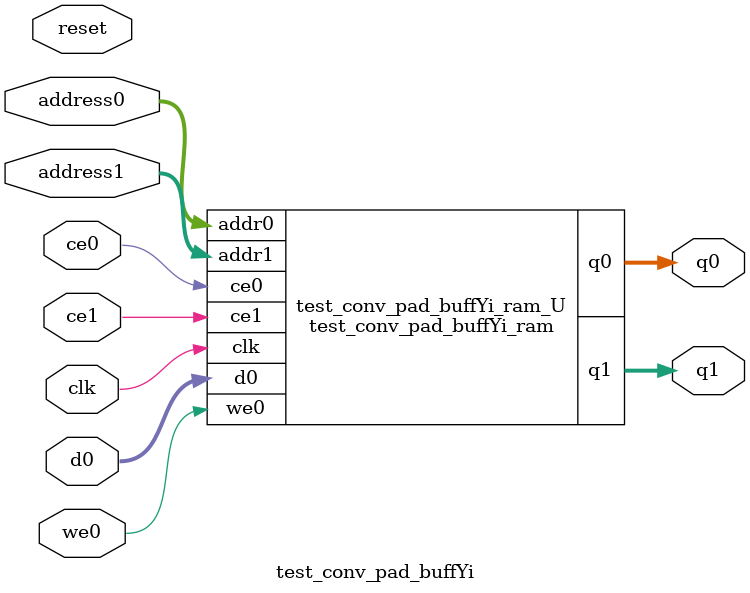
<source format=v>
`timescale 1 ns / 1 ps
module test_conv_pad_buffYi_ram (addr0, ce0, d0, we0, q0, addr1, ce1, q1,  clk);

parameter DWIDTH = 4;
parameter AWIDTH = 22;
parameter MEM_SIZE = 3338496;

input[AWIDTH-1:0] addr0;
input ce0;
input[DWIDTH-1:0] d0;
input we0;
output reg[DWIDTH-1:0] q0;
input[AWIDTH-1:0] addr1;
input ce1;
output reg[DWIDTH-1:0] q1;
input clk;

(* ram_style = "block" *)reg [DWIDTH-1:0] ram[0:MEM_SIZE-1];




always @(posedge clk)  
begin 
    if (ce0) begin
        if (we0) 
            ram[addr0] <= d0; 
        q0 <= ram[addr0];
    end
end


always @(posedge clk)  
begin 
    if (ce1) begin
        q1 <= ram[addr1];
    end
end


endmodule

`timescale 1 ns / 1 ps
module test_conv_pad_buffYi(
    reset,
    clk,
    address0,
    ce0,
    we0,
    d0,
    q0,
    address1,
    ce1,
    q1);

parameter DataWidth = 32'd4;
parameter AddressRange = 32'd3338496;
parameter AddressWidth = 32'd22;
input reset;
input clk;
input[AddressWidth - 1:0] address0;
input ce0;
input we0;
input[DataWidth - 1:0] d0;
output[DataWidth - 1:0] q0;
input[AddressWidth - 1:0] address1;
input ce1;
output[DataWidth - 1:0] q1;



test_conv_pad_buffYi_ram test_conv_pad_buffYi_ram_U(
    .clk( clk ),
    .addr0( address0 ),
    .ce0( ce0 ),
    .we0( we0 ),
    .d0( d0 ),
    .q0( q0 ),
    .addr1( address1 ),
    .ce1( ce1 ),
    .q1( q1 ));

endmodule


</source>
